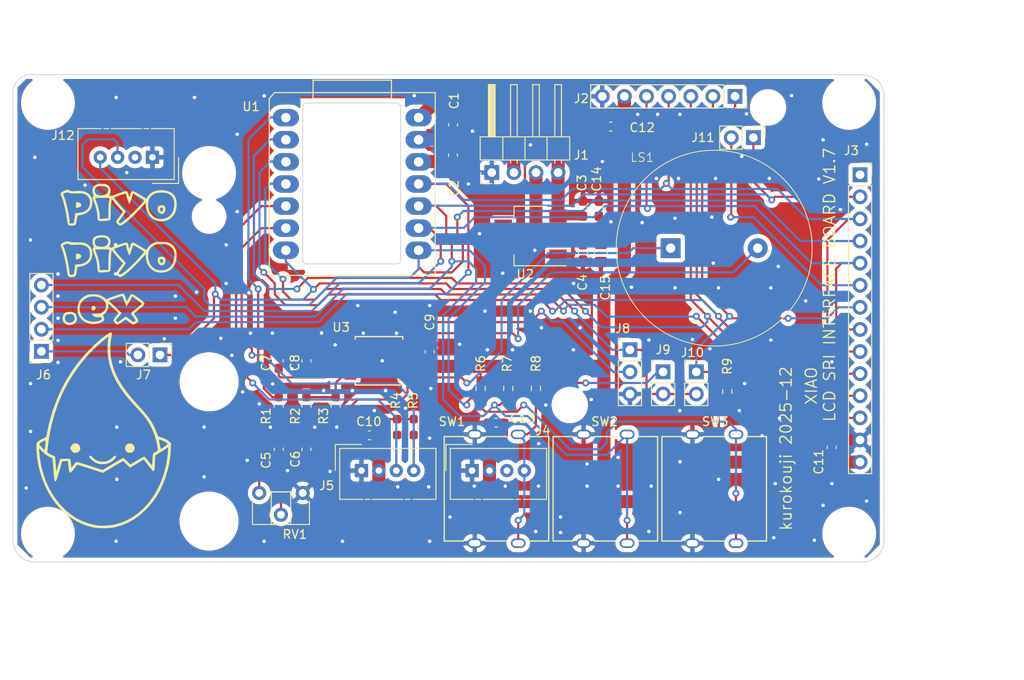
<source format=kicad_pcb>
(kicad_pcb (version 20241229) (generator "pcbnew") (generator_version "9.0")
  (layers (0 "F.Cu" signal) (2 "B.Cu" signal) (13 "F.Paste" user) (15 "B.Paste" user) (5 "F.SilkS" user "F.Silkscreen") (7 "B.SilkS" user "B.Silkscreen") (1 "F.Mask" user) (3 "B.Mask" user) (25 "Edge.Cuts" user))
  (net 0 "")
  (net 1 "+5V")
  (net 2 "GND")
  (net 3 "+3.3VP")
  (net 4 "Net-(C5-Pad1)")
  (net 5 "Net-(C6-Pad1)")
  (net 6 "Net-(C6-Pad2)")
  (net 7 "Net-(U3-VIN+)")
  (net 8 "Net-(U3-VREF)")
  (net 9 "/T_DOUT")
  (net 10 "/SDA(MOSI)")
  (net 11 "/SCL")
  (net 12 "/SDO(MISO)")
  (net 13 "/BL_EN")
  (net 14 "/RS")
  (net 15 "/RESET")
  (net 16 "/CS")
  (net 17 "Net-(U3-VOUT1)")
  (net 18 "Net-(U3-VOUT2)")
  (net 19 "Net-(U3-VIN-)")
  (net 20 "Net-(U1-PA02_A0_D0)")
  (net 21 "+3.3V")
  (net 23 "Net-(J5-Pin_3)")
  (net 24 "Net-(J5-Pin_4)")
  (net 25 "Net-(J6-Pin_1)")
  (net 26 "Net-(J8-Pin_2)")
  (net 27 "Net-(J4-Pin_4)")
  (net 30 "/T_CS(RX)")
  (net 31 "/TX")
  (net 32 "/PENIRQ")
  (footprint "lego_hole:hole_m2" (layer "F.Cu") (at 122 71.03)
    (property "Reference" "REF**" (hide yes))
    (property "Value" "hole_m2" (hide yes))
  )
  (footprint "Capacitor_SMD:C_0805_2012Metric_Pad1.18x1.45mm_HandSolder" (layer "F.Cu") (at 125.57 53.55 -90)
    (property "Reference" "C15")
    (property "Value" "47u")
  )
  (footprint "Resistor_SMD:R_0603_1608Metric_Pad0.98x0.95mm_HandSolder" (layer "F.Cu") (at 102.17 73.56 -90)
    (property "Reference" "R4")
    (property "Value" "10K")
  )
  (footprint "Resistor_SMD:R_0603_1608Metric_Pad0.98x0.95mm_HandSolder" (layer "F.Cu") (at 95.115 71.025 -90)
    (property "Reference" "R3")
    (property "Value" "47K")
  )
  (footprint "Library:20251113-02" (layer "F.Cu") (at 70.2 53.56)
    (property "Reference" "G***" (hide yes))
    (property "Value" "LOGO" (hide yes))
  )
  (footprint "UGSM23A:TVGP01-G73BB" (layer "F.Cu") (at 138.58 80.65 90)
    (property "Reference" "SW3")
    (property "Value" "SW_D7")
  )
  (footprint "Library:20251113-01" (layer "F.Cu") (at 68.71 73.93)
    (property "Reference" "G***" (hide yes))
    (property "Value" "LOGO" (hide yes))
  )
  (footprint "xiao ESP32C3_PCB:MOUDLE14P-SMD-2.54-21X17.8MM-S3" (layer "F.Cu") (at 88.13 56.125)
    (property "Reference" "U1")
    (property "Value" "XIAO-ESP32S3")
  )
  (footprint "Resistor_SMD:R_0603_1608Metric_Pad0.98x0.95mm_HandSolder" (layer "F.Cu") (at 114.935 69.12 -90)
    (property "Reference" "R7")
    (property "Value" "DNP")
  )
  (footprint "Connector_PinHeader_2.54mm:PinHeader_1x02_P2.54mm_Vertical" (layer "F.Cu") (at 143.08 40.3 -90)
    (property "Reference" "J11")
    (property "Value" "LCD_DIN")
  )
  (footprint "Capacitor_SMD:C_0603_1608Metric_Pad1.08x0.95mm_HandSolder" (layer "F.Cu") (at 113.54 73.06 180)
    (property "Reference" "C13")
    (property "Value" "10u")
  )
  (footprint "Connector_PinHeader_2.54mm:PinHeader_1x02_P2.54mm_Vertical" (layer "F.Cu") (at 132.715 67.215)
    (property "Reference" "J9")
    (property "Value" "SW_EN(D3)")
  )
  (footprint "footprints:NJR-DMP8_NJR" (layer "F.Cu") (at 100.0934 65.945)
    (property "Reference" "U3")
    (property "Value" "NJM2113M-ND")
  )
  (footprint "Capacitor_SMD:C_0603_1608Metric_Pad1.08x0.95mm_HandSolder" (layer "F.Cu") (at 108.595 38.8225 -90)
    (property "Reference" "C1")
    (property "Value" "10u")
  )
  (footprint "Resistor_SMD:R_0603_1608Metric_Pad0.98x0.95mm_HandSolder" (layer "F.Cu") (at 111.76 69.12 -90)
    (property "Reference" "R6")
    (property "Value" "DNP")
  )
  (footprint "UGSM23A:TVGP01-G73BB" (layer "F.Cu") (at 113.58 80.65 90)
    (property "Reference" "SW1")
    (property "Value" "SW_D3")
  )
  (footprint "lego_hole:hole_m2" (layer "F.Cu") (at 144.76 36.83)
    (property "Reference" "REF**" (hide yes))
    (property "Value" "hole_m2" (hide yes))
  )
  (footprint "Resistor_SMD:R_0603_1608Metric_Pad0.98x0.95mm_HandSolder" (layer "F.Cu") (at 140.08 69.4725 90)
    (property "Reference" "R9")
    (property "Value" "10K")
  )
  (footprint "Capacitor_SMD:C_0603_1608Metric_Pad1.08x0.95mm_HandSolder" (layer "F.Cu") (at 88.581 65.945 90)
    (property "Reference" "C7")
    (property "Value" "1u" (hide yes))
  )
  (footprint "Capacitor_SMD:C_0603_1608Metric_Pad1.08x0.95mm_HandSolder" (layer "F.Cu") (at 91.756 76.105 90)
    (property "Reference" "C6")
    (property "Value" "0.1u")
  )
  (footprint "Resistor_SMD:R_0603_1608Metric_Pad0.98x0.95mm_HandSolder" (layer "F.Cu") (at 88.581 71.025 -90)
    (property "Reference" "R1")
    (property "Value" "10K")
  )
  (footprint "lego_hole:hole_2" (layer "F.Cu") (at 80.58 49.36)
    (property "Reference" "REF**" (hide yes))
    (property "Value" "hole_2" (hide yes))
  )
  (footprint "lego_hole:lego_hole" (layer "F.Cu") (at 80.58 84.36)
    (property "Reference" "REF**" (hide yes))
    (property "Value" "lego_hole" (hide yes))
  )
  (footprint "Capacitor_SMD:C_0603_1608Metric_Pad1.08x0.95mm_HandSolder" (layer "F.Cu") (at 126.7075 39.0375 180)
    (property "Reference" "C12")
    (property "Value" "10u")
  )
  (footprint "Connector_PinHeader_2.54mm:PinHeader_1x02_P2.54mm_Vertical" (layer "F.Cu") (at 74.945 65.265 -90)
    (property "Reference" "J7")
    (property "Value" "SD_CS")
  )
  (footprint "Connector:NS-Tech_Grove_1x04_P2mm_Vertical" (layer "F.Cu") (at 110.78 78.56 90)
    (property "Reference" "J4")
    (property "Value" "PIR")
  )
  (footprint "Connector_PinHeader_2.54mm:PinHeader_1x04_P2.54mm_Horizontal" (layer "F.Cu") (at 113.04 44.31 90)
    (property "Reference" "J1")
    (property "Value" "POWER")
  )
  (footprint "UGSM23A:UGSM23A" (layer "F.Cu") (at 138.58 53 90)
    (property "Reference" "LS1")
    (property "Value" "UGSM23A")
  )
  (footprint "lego_hole:lego_hole" (layer "F.Cu") (at 80.58 68.36)
    (property "Reference" "REF**" (hide yes))
    (property "Value" "lego_hole" (hide yes))
  )
  (footprint "Capacitor_SMD:C_0603_1608Metric_Pad1.08x0.95mm_HandSolder" (layer "F.Cu") (at 123.506 48.451065 90)
    (property "Reference" "C3")
    (property "Value" "0.1u")
  )
  (footprint "Connector_PinSocket_2.54mm:PinSocket_1x04_P2.54mm_Vertical" (layer "F.Cu") (at 61.33 64.86 180)
    (property "Reference" "J6")
    (property "Value" "LCD SD 4P")
  )
  (footprint "Capacitor_SMD:C_0603_1608Metric_Pad1.08x0.95mm_HandSolder" (layer "F.Cu") (at 91.756 65.945 90)
    (property "Reference" "C8")
    (property "Value" "4.7u")
  )
  (footprint "Capacitor_SMD:C_0603_1608Metric_Pad1.08x0.95mm_HandSolder" (layer "F.Cu") (at 98.995 74.501 180)
    (property "Reference" "C10")
    (property "Value" "10u")
  )
  (footprint "Resistor_SMD:R_0603_1608Metric_Pad0.98x0.95mm_HandSolder" (layer "F.Cu") (at 118.11 69.12 -90)
    (property "Reference" "R8")
    (property "Value" "DNP")
  )
  (footprint "UGSM23A:TVGP01-G73BB" (layer "F.Cu") (at 126.08 80.65 90)
    (property "Reference" "SW2")
    (property "Value" "SW_D9")
  )
  (footprint "Capacitor_SMD:C_0603_1608Metric_Pad1.08x0.95mm_HandSolder" (layer "F.Cu") (at 123.506 53.4775 -90)
    (property "Reference" "C4")
    (property "Value" "0.1u")
  )
  (footprint "lego_hole:hole_m3" (layer "F.Cu") (at 154.08 36.31)
    (property "Reference" "REF**" (hide yes))
    (property "Value" "hole_m3" (hide yes))
  )
  (footprint "Resistor_SMD:R_0603_1608Metric_Pad0.98x0.95mm_HandSolder" (layer "F.Cu") (at 104.075 73.56 -90)
    (property "Reference" "R5")
    (property "Value" "10K")
  )
  (footprint "Connector:NS-Tech_Grove_1x04_P2mm_Vertical" (layer "F.Cu") (at 74.08 42.56 -90)
    (property "Reference" "J12")
    (property "Value" "GROVE TX/RX")
  )
  (footprint "Connector_PinSocket_2.54mm:PinSocket_1x14_P2.54mm_Vertical" (layer "F.Cu") (at 155.33 44.56)
    (property "Reference" "J3")
    (property "Value" "Conn_01x14_Socket")
  )
  (footprint "Resistor_SMD:R_0603_1608Metric_Pad0.98x0.95mm_HandSolder" (layer "F.Cu") (at 91.756 71.025 90)
    (property "Reference" "R2")
    (property "Value" "10K")
  )
  (footprint "lego_hole:hole_m3" (layer "F.Cu") (at 80.58 44.36)
    (property "Reference" "REF**" (hide yes))
    (property "Value" "hole_m3" (hide yes))
  )
  (footprint "Connector_PinHeader_2.54mm:PinHeader_1x02_P2.54mm_Vertical" (layer "F.Cu") (at 136.525 67.215)
    (property "Reference" "J10")
    (property "Value" "BL_EN(D3)")
  )
  (footprint "Connector_PinSocket_2.54mm:PinSocket_1x07_P2.54mm_Vertical" (layer "F.Cu") (at 140.97 35.56 -90)
    (property "Reference" "J2")
    (property "Value" "1.9 LCD 7P")
  )
  (footprint "Capacitor_SMD:C_0603_1608Metric_Pad1.08x0.95mm_HandSolder" (layer "F.Cu") (at 152.08 75.8825 90)
    (property "Reference" "C11")
    (property "Value" "10u")
  )
  (footprint "Package_TO_SOT_SMD:SOT-223" (layer "F.Cu") (at 117.5 51.61 180)
    (property "Reference" "U2")
    (property "Value" "AZ1117CH-3.3TRG1")
  )
  (footprint "Capacitor_SMD:C_0603_1608Metric_Pad1.08x0.95mm_HandSolder" (layer "F.Cu") (at 108.585 42.3175 90)
    (property "Reference" "C2")
    (property "Value" "10u")
  )
  (footprint "Connector_PinHeader_2.54mm:PinHeader_1x03_P2.54mm_Vertical" (layer "F.Cu") (at 128.905 64.68)
    (property "Reference" "J8")
    (property "Value" "SP_EN(D3)")
  )
  (footprint "Capacitor_SMD:C_0603_1608Metric_Pad1.08x0.95mm_HandSolder" (layer "F.Cu") (at 125.34 48.47 90)
    (property "Reference" "C14")
    (property "Value" "10u")
  )
  (footprint "lego_hole:hole_m3" (layer "F.Cu") (at 62.08 85.81)
    (property "Reference" "REF**" (hide yes))
    (property "Value" "hole_m3" (hide yes))
  )
  (footprint "Capacitor_SMD:C_0603_1608Metric_Pad1.08x0.95mm_HandSolder" (layer "F.Cu") (at 88.581 76.105 -90)
    (property "Reference" "C5")
    (property "Value" "1000P")
  )
  (footprint "Potentiometer_THT:Potentiometer_ACP_CA6-H2,5_Horizontal" (layer "F.Cu") (at 91.335 81.13 -90)
    (property "Reference" "RV1")
    (property "Value" "10K")
  )
  (footprint "lego_hole:hole_m3" (layer "F.Cu") (at 62.08 36.31)
    (property "Reference" "REF**" (hide yes))
    (property "Value" "hole_m3" (hide yes))
  )
  (footprint "Connector:NS-Tech_Grove_1x04_P2mm_Vertical" (layer "F.Cu") (at 98.08 78.56 90)
    (property "Reference" "J5")
    (property "Value" "GROVE I2C")
  )
  (footprint "Capacitor_SMD:C_0603_1608Metric_Pad1.08x0.95mm_HandSolder" (layer "F.Cu") (at 105.91 64.9025 90)
    (property "Reference" "C9")
    (property "Value" "10u")
  )
  (footprint "lego_hole:hole_m3" (layer "F.Cu") (at 154.08 85.81)
    (property "Reference" "REF**" (hide yes))
    (property "Value" "hole_m3" (hide yes))
  )
  (gr_line (start 91.83 54.81) (end 102.08 54.81) (stroke (width 0.1)) (layer "Edge.Cuts"))
  (gr_arc (start 155.58 33.06) (mid 157.347767 33.792233) (end 158.08 35.56) (stroke (width 0.1)) (layer "Edge.Cuts"))
  (gr_line (start 102.58 54.31) (end 102.58 36.81) (stroke (width 0.1)) (layer "Edge.Cuts"))
  (gr_line (start 58.08 35.06) (end 58.08 86.56) (stroke (width 0.1)) (layer "Edge.Cuts"))
  (gr_line (start 102.08 36.31) (end 91.83 36.31) (stroke (width 0.1)) (layer "Edge.Cuts"))
  (gr_arc (start 102.58 54.31) (mid 102.433553 54.663553) (end 102.08 54.81) (stroke (width 0.1)) (layer "Edge.Cuts"))
  (gr_line (start 60.58 89.06) (end 155.58 89.06) (stroke (width 0.1)) (layer "Edge.Cuts"))
  (gr_line (start 155.58 33.06) (end 60.08 33.06) (stroke (width 0.1)) (layer "Edge.Cuts"))
  (gr_arc (start 91.83 54.81) (mid 91.476447 54.663553) (end 91.33 54.31) (stroke (width 0.1)) (layer "Edge.Cuts"))
  (gr_arc (start 102.08 36.31) (mid 102.433553 36.456447) (end 102.58 36.81) (stroke (width 0.1)) (layer "Edge.Cuts"))
  (gr_arc (start 91.33 36.81) (mid 91.476447 36.456447) (end 91.83 36.31) (stroke (width 0.1)) (layer "Edge.Cuts"))
  (gr_arc (start 158.08 86.56) (mid 157.347767 88.327767) (end 155.58 89.06) (stroke (width 0.1)) (layer "Edge.Cuts"))
  (gr_arc (start 58.08 35.06) (mid 58.665786 33.645786) (end 60.08 33.06) (stroke (width 0.1)) (layer "Edge.Cuts"))
  (gr_line (start 91.33 36.81) (end 91.33 54.31) (stroke (width 0.1)) (layer "Edge.Cuts"))
  (gr_line (start 158.08 86.56) (end 158.08 35.56) (stroke (width 0.1)) (layer "Edge.Cuts"))
  (gr_arc (start 60.58 89.06) (mid 58.812233 88.327767) (end 58.08 86.56) (stroke (width 0.1)) (layer "Edge.Cuts"))
  (gr_text "  XIAO\nLCD SPI INTERFACE BOARD V1.7" (at 152.58 73.06 90) (layer "F.SilkS") (effects (font (size 1.3 1.3)) (justify left bottom)))
  (gr_text "kurokouji 2025-12" (at 147.58 85.56 90) (layer "F.SilkS") (effects (font (size 1.3 1.3)) (justify left bottom)))
  (segment (start 86.18 56.66) (end 86.65 56.66) (width 0.25) (layer "F.Cu") (net 0))
  (segment (start 86.65 56.66) (end 86.86 56.87) (width 0.25) (layer "F.Cu") (net 0))
  (segment (start 120.65 44.31) (end 120.65 49.31) (width 1.5) (layer "F.Cu") (net 1))
  (segment (start 120.66 38.02) (end 119.33 36.69) (width 1.5) (layer "F.Cu") (net 1))
  (segment (start 119.33 36.69) (end 108.595 36.69) (width 1.5) (layer "F.Cu") (net 1))
  (segment (start 108.595 37.96) (end 108.595 36.69) (width 0.8) (layer "F.Cu") (net 1))
  (segment (start 108.595 36.69) (end 106.055 36.69) (width 1.5) (layer "F.Cu") (net 1))
  (segment (start 123.502435 49.31) (end 123.506 49.313565) (width 1) (layer "F.Cu") (net 1))
  (segment (start 120.66 44.31) (end 120.66 38.02) (width 1.5) (layer "F.Cu") (net 1))
  (segment (start 120.65 49.31) (end 123.502435 49.31) (width 1) (layer "F.Cu") (net 1))
  (segment (start 106.055 36.69) (end 104.785 37.96) (width 1.5) (layer "F.Cu") (net 1))
  (segment (start 103.37 65.31) (end 104.64 65.31) (width 0.25) (layer "F.Cu") (net 2))
  (segment (start 127.405 68.18) (end 127.405 63.18) (width 0.25) (layer "F.Cu") (net 2))
  (segment (start 116.85 42.405) (end 117.485 41.77) (width 0.25) (layer "F.Cu") (net 2))
  (segment (start 152.08 75.02) (end 155.31 75.02) (width 1.5) (layer "F.Cu") (net 2))
  (segment (start 146.095 75.02) (end 152.08 75.02) (width 1) (layer "F.Cu") (net 2))
  (segment (start 104.89 40.67) (end 104.89 40.42) (width 0.5) (layer "F.Cu") (net 2))
  (segment (start 123.19 62.14) (end 123.63 62.14) (width 0.25) (layer "F.Cu") (net 2))
  (segment (start 105.75 39.56) (end 106.58 39.56) (width 0.5) (layer "F.Cu") (net 2))
  (segment (start 124.53 57.285) (end 124.305 57.06) (width 0.25) (layer "F.Cu") (net 2))
  (segment (start 113.675 46.85) (end 116.215 46.85) (width 0.25) (layer "F.Cu") (net 2))
  (segment (start 113.04 44.31) (end 113.04 46.215) (width 0.25) (layer "F.Cu") (net 2))
  (segment (start 116.85 46.215) (end 116.85 42.405) (width 0.25) (layer "F.Cu") (net 2))
  (segment (start 106.475 41.56) (end 105.78 41.56) (width 0.5) (layer "F.Cu") (net 2))
  (segment (start 105.78 41.56) (end 104.89 40.67) (width 0.5) (layer "F.Cu") (net 2))
  (segment (start 124.305 57.06) (end 122.436 57.06) (width 0.25) (layer "F.Cu") (net 2))
  (segment (start 117.485 41.77) (end 117.485 41.135) (width 0.25) (layer "F.Cu") (net 2))
  (segment (start 123.63 62.14) (end 124.53 61.24) (width 0.25) (layer "F.Cu") (net 2))
  (segment (start 116.215 46.85) (end 116.85 46.215) (width 0.25) (layer "F.Cu") (net 2))
  (segment (start 104.89 40.42) (end 105.75 39.56) (width 0.5) (layer "F.Cu") (net 2))
  (segment (start 155.31 75.02) (end 155.33 75.04) (width 1) (layer "F.Cu") (net 2))
  (segment (start 104.64 65.31) (end 105.91 64.04) (width 0.25) (layer "F.Cu") (net 2))
  (segment (start 113.04 46.215) (end 113.675 46.85) (width 0.25) (layer "F.Cu") (net 2))
  (segment (start 127.405 63.18) (end 127.505 63.08) (width 0.25) (layer "F.Cu") (net 2))
  (segment (start 106.58 41.455) (end 106.475 41.56) (width 0.5) (layer "F.Cu") (net 2))
  (segment (start 124.53 61.24) (end 124.53 57.285) (width 0.25) (layer "F.Cu") (net 2))
  (via (at 145.94 55.09) (size 0.8) (drill 0.4) (layers "F.Cu" "B.Cu") (net 2))
  (via (at 126.72 49.97) (size 0.8) (drill 0.4) (layers "F.Cu" "B.Cu") (net 2))
  (via (at 123.19 62.14) (size 0.8) (drill 0.4) (layers "F.Cu" "B.Cu") (net 2))
  (via (at 144.08 74.56) (size 0.8) (drill 0.4) (layers "F.Cu" "B.Cu") (net 2))
  (via (at 82.55 57.06) (size 0.8) (drill 0.4) (layers "F.Cu" "B.Cu") (net 2))
  (via (at 134.656 83.386) (size 0.8) (drill 0.4) (layers "F.Cu" "B.Cu") (net 2))
  (via (at 145.58 80.06) (size 0.8) (drill 0.4) (layers "F.Cu" "B.Cu") (net 2))
  (via (at 153.08 48.56) (size 0.8) (drill 0.4) (layers "F.Cu" "B.Cu") (net 2))
  (via (at 134.62 71.665) (size 0.8) (drill 0.4) (layers "F.Cu" "B.Cu") (net 2))
  (via (at 105.91 74.835) (size 0.8) (drill 0.4) (layers "F.Cu" "B.Cu") (net 2))
  (via (at 100.465 65.945) (size 0.8) (drill 0.4) (layers "F.Cu" "B.Cu") (net 2))
  (via (at 110.83 39.56) (size 0.8) (drill 0.4) (layers "F.Cu" "B.Cu") (net 2))
  (via (at 80.01 79.28) (size 0.8) (drill 0.4) (layers "F.Cu" "B.Cu") (net 2))
  (via (at 131.08 63.56) (size 0.8) (drill 0.4) (layers "F.Cu" "B.Cu") (net 2))
  (via (at 125.74 43.04) (size 0.8) (drill 0.4) (layers "F.Cu" "B.Cu") (net 2))
  (via (at 146.08 72.56) (size 0.8) (drill 0.4) (layers "F.Cu" "B.Cu") (net 2))
  (via (at 97.655 59.595) (size 0.8) (drill 0.4) (layers "F.Cu" "B.Cu") (net 2))
  (via (at 84.44 69.51) (size 0.8) (drill 0.4) (layers "F.Cu" "B.Cu") (net 2))
  (via (at 105.91 59.595) (size 0.8) (drill 0.4) (layers "F.Cu" "B.Cu") (net 2))
  (via (at 131.08 85.56) (size 0.8) (drill 0.4) (layers "F.Cu" "B.Cu") (net 2))
  (via (at 63.235 58.51) (size 0.8) (drill 0.4) (layers "F.Cu" "B.Cu") (net 2))
  (via (at 142.285 37.575) (size 0.8) (drill 0.4) (layers "F.Cu" "B.Cu") (net 2))
  (via (at 69.86 55.97) (size 0.8) (drill 0.4) (layers "F.Cu" "B.Cu") (net 2))
  (via (at 118.08 85.56) (size 0.8) (drill 0.4) (layers "F.Cu" "B.Cu") (net 2))
  (via (at 139.08 57.56) (size 0.8) (drill 0.4) (layers "F.Cu" "B.Cu") (net 2))
  (via (at 102.1 62.77) (size 0.8) (drill 0.4) (layers "F.Cu" "B.Cu") (net 2))
  (via (at 90.09 66.87) (size 0.8) (drill 0.4) (layers "F.Cu" "B.Cu") (net 2))
  (via (at 139.08 79.56) (size 0.8) (drill 0.4) (layers "F.Cu" "B.Cu") (net 2))
  (via (at 60.08 74.06) (size 0.8) (drill 0.4) (layers "F.Cu" "B.Cu") (net 2))
  (via (at 118.4 80.338) (size 0.8) (drill 0.4) (layers "F.Cu" "B.Cu") (net 2))
  (via (at 134.656 77.544) (size 0.8) (drill 0.4) (layers "F.Cu" "B.Cu") (net 2))
  (via (at 151.08 40.56) (size 0.8) (drill 0.4) (layers "F.Cu" "B.Cu") (net 2))
  (via (at 138.475 54.72) (size 0.8) (drill 0.4) (layers "F.Cu" "B.Cu") (net 2))
  (via (at 87.63 73.57) (size 0.8) (drill 0.4) (layers "F.Cu" "B.Cu") (net 2))
  (via (at 109.355 64.04) (size 0.8) (drill 0.4) (layers "F.Cu" "B.Cu") (net 2))
  (via (at 114.59 80.338) (size 0.8) (drill 0.4) (layers "F.Cu" "B.Cu") (net 2))
  (via (at 117.475 60.235) (size 0.8) (drill 0.4) (layers "F.Cu" "B.Cu") (net 2))
  (via (at 129.081 57.4925) (size 0.8) (drill 0.4) (layers "F.Cu" "B.Cu") (net 2))
  (via (at 124.46 70.395) (size 0.8) (drill 0.4) (layers "F.Cu" "B.Cu") (net 2))
  (via (at 84.955 77.375) (size 0.8) (drill 0.4) (layers "F.Cu" "B.Cu") (net 2))
  (via (at 76.705 58.51) (size 0.8) (drill 0.4) (layers "F.Cu" "B.Cu") (net 2))
  (via (at 156.08 41.06) (size 0.8) (drill 0.4) (layers "F.Cu" "B.Cu") (net 2))
  (via (at 134.485 44.99) (size 0.8) (drill 0.4) (layers "F.Cu" "B.Cu") (net 2))
  (via (at 127.544 77.036) (size 0.8) (drill 0.4) (layers "F.Cu" "B.Cu") (net 2))
  (via (at 70.42 66.06) (size 0.8) (drill 0.4) (layers "F.Cu" "B.Cu") (net 2))
  (via (at 108.24 83.894) (size 0.8) (drill 0.4) (layers "F.Cu" "B.Cu") (net 2))
  (via (at 104.14 35.465) (size 0.8) (drill 0.4) (layers "F.Cu" "B.Cu") (net 2))
  (via (at 110.355 45.625) (size 0.8) (drill 0.4) (layers "F.Cu" "B.Cu") (net 2))
  (via (at 95.905 86.68) (size 0.8) (drill 0.4) (layers "F.Cu" "B.Cu") (net 2))
  (via (at 151.08 82.56) (size 0.8) (drill 0.4) (layers "F.Cu" "B.Cu") (net 2))
  (via (at 149.08 59.06) (size 0.8) (drill 0.4) (layers "F.Cu" "B.Cu") (net 2))
  (via (at 69.985 79.56) (size 0.8) (drill 0.4) (layers "F.Cu" "B.Cu") (net 2))
  (via (at 141.74 42.45) (size 0.8) (drill 0.4) (layers "F.Cu" "B.Cu") (net 2))
  (via (at 95.06 64.12) (size 0.8) (drill 0.4) (layers "F.Cu" "B.Cu") (net 2))
  (via (at 120.94 85.672) (size 0.8) (drill 0.4) (layers "F.Cu" "B.Cu") (net 2))
  (via (at 122.436 57.06) (size 0.8) (drill 0.4) (layers "F.Cu" "B.Cu") (net 2))
  (via (at 98.29 62.77) (size 0.8) (drill 0.4) (layers "F.Cu" "B.Cu") (net 2))
  (via (at 86.905 86.68) (size 0.8) (drill 0.4) (layers "F.Cu" "B.Cu") (net 2))
  (via (at 85.336 62.77) (size 0.8) (drill 0.4) (layers "F.Cu" "B.Cu") (net 2))
  (via (at 145.08 57.56) (size 0.8) (drill 0.4) (layers "F.Cu" "B.Cu") (net 2))
  (via (at 97.036 69.374) (size 0.8) (drill 0.4) (layers "F.Cu" "B.Cu") (net 2))
  (via (at 111.625 51.34) (size 0.8) (drill 0.4) (layers "F.Cu" "B.Cu") (net 2))
  (via (at 93.49 62.75) (size 0.8) (drill 0.4) (layers "F.Cu" "B.Cu") (net 2))
  (via (at 94.48 78.645) (size 0.8) (drill 0.4) (layers "F.Cu" "B.Cu") (net 2))
  (via (at 60.58 42.56) (size 0.8) (drill 0.4) (layers "F.Cu" "B.Cu") (net 2))
  (via (at 103.132 71.406) (size 0.8) (drill 0.4) (layers "F.Cu" "B.Cu") (net 2))
  (via (at 101.95 60.37) (size 0.8) (drill 0.4) (layers "F.Cu" "B.Cu") (net 2))
  (via (at 86.352 70.898) (size 0.8) (drill 0.4) (layers "F.Cu" "B.Cu") (net 2))
  (via (at 83.82 39.915) (size 0.8) (drill 0.4) (layers "F.Cu" "B.Cu") (net 2))
  (via (at 138.746 44.99) (size 0.8) (drill 0.4) (layers "F.Cu" "B.Cu") (net 2))
  (via (at 131.354 80.338) (size 0.8) (drill 0.4) (layers "F.Cu" "B.Cu") (net 2))
  (via (at 69.85 52.61) (size 0.8) (drill 0.4) (layers "F.Cu" "B.Cu") (net 2))
  (via (at 147.455 35.465) (size 0.8) (drill 0.4) (layers "F.Cu" "B.Cu") (net 2))
  (via (at 63.235 63.59) (size 0.8) (drill 0.4) (layers "F.Cu" "B.Cu") (net 2))
  (via (at 127.544 80.338) (size 0.8) (drill 0.4) (layers "F.Cu" "B.Cu") (net 2))
  (via (at 114.3 55.88) (size 0.8) (drill 0.4) (layers "F.Cu" "B.Cu") (net 2))
  (via (at 85.16 58.13) (size 0.8) (drill 0.4) (layers "F.Cu" "B.Cu") (net 2))
  (via (at 86.905 35.4925) (size 0.8) (drill 0.4) (layers "F.Cu" "B.Cu") (net 2))
  (via (at 134.08 57.56) (size 0.8) (drill 0.4) (layers "F.Cu" "B.Cu") (net 2))
  (via (at 120.94 83.894) (size 0.8) (drill 0.4) (layers "F.Cu" "B.Cu") (net 2))
  (via (at 118.745 62.14) (size 0.8) (drill 0.4) (layers "F.Cu" "B.Cu") (net 2))
  (via (at 76.705 61.05) (size 0.8) (drill 0.4) (layers "F.Cu" "B.Cu") (net 2))
  (via (at 63.235 55.97) (size 0.8) (drill 0.4) (layers "F.Cu" "B.Cu") (net 2))
  (via (at 138.08 64.56) (size 0.8) (drill 0.4) (layers "F.Cu" "B.Cu") (net 2))
  (via (at 102.235 80.428) (size 0.8) (drill 0.4) (layers "F.Cu" "B.Cu") (net 2))
  (via (at 152.08 66.06) (size 0.8) (drill 0.4) (layers "F.Cu" "B.Cu") (net 2))
  (via (at 138.295 49.435) (size 0.8) (drill 0.4) (layers "F.Cu" "B.Cu") (net 2))
  (via (at 123.988 77.798) (size 0.8) (drill 0.4) (layers "F.Cu" "B.Cu") (net 2))
  (via (at 95.25 73.565) (size 0.8) (drill 0.4) (layers "F.Cu" "B.Cu") (net 2))
  (via (at 79.14 58.05) (size 0.8) (drill 0.4) (layers "F.Cu" "B.Cu") (net 2))
  (via (at 118.426 75.47) (size 0.8) (drill 0.4) (layers "F.Cu" "B.Cu") (net 2))
  (via (at 134.08 49.56) (size 0.8) (drill 0.4) (layers "F.Cu" "B.Cu") (net 2))
  (via (at 130.31 50.07) (size 0.8) (drill 0.4) (layers "F.Cu" "B.Cu") (net 2))
  (via (at 87.892 68.612) (size 0.8) (drill 0.4) (layers "F.Cu" "B.Cu") (net 2))
  (via (at 134.628 37.624) (size 0.8) (drill 0.4) (layers "F.Cu" "B.Cu") (net 2))
  (via (at 82.55 52.615) (size 0.8) (drill 0.4) (layers "F.Cu" "B.Cu") (net 2))
  (via (at 75.435 63.405) (size 0.8) (drill 0.4) (layers "F.Cu" "B.Cu") (net 2))
  (via (at 59.58 80.56) (size 0.8) (drill 0.4) (layers "F.Cu" "B.Cu") (net 2))
  (via (at 69.905 86.68) (size 0.8) (drill 0.4) (layers "F.Cu" "B.Cu") (net 2))
  (via (at 81.925 63.36) (size 0.8) (drill 0.4) (layers "F.Cu" "B.Cu") (net 2))
  (via (at 69.985 73.565) (size 0.8) (drill 0.4) (layers "F.Cu" "B.Cu") (net 2))
  (via (at 112.26 60.23) (size 0.8) (drill 0.4) (layers "F.Cu" "B.Cu") (net 2))
  (via (at 129.802 37.624) (size 0.8) (drill 0.4) (layers "F.Cu" "B.Cu") (net 2))
  (via (at 145.415 86.27) (size 0.8) (drill 0.4) (layers "F.Cu" "B.Cu") (net 2))
  (via (at 100.846 69.374) (size 0.8) (drill 0.4) (layers "F.Cu" "B.Cu") (net 2))
  (via (at 83.812 48.8) (size 0.8) (drill 0.4) (layers "F.Cu" "B.Cu") (net 2))
  (via (at 89.58 78.56) (size 0.8) (drill 0.4) (layers "F.Cu" "B.Cu") (net 2))
  (via (at 63.235 66.13) (size 0.8) (drill 0.4) (layers "F.Cu" "B.Cu") (net 2))
  (via (at 71.13 44.31) (size 0.8) (drill 0.4) (layers "F.Cu" "B.Cu") (net 2))
  (via (at 141.47 71.66) (size 0.8) (drill 0.4) (layers "F.Cu" "B.Cu") (net 2))
  (via (at 112.53 64.675) (size 0.8) (drill 0.4) (layers "F.Cu" "B.Cu") (net 2))
  (via (at 145.08 63.56) (size 0.8) (drill 0.4) (layers "F.Cu" "B.Cu") (net 2))
  (via (at 131.945 44.99) (size 0.8) (drill 0.4) (layers "F.Cu" "B.Cu") (net 2))
  (via (at 78.905 35.68) (size 0.8) (drill 0.4) (layers "F.Cu" "B.Cu") (net 2))
  (via (at 115.435 64.675) (size 0.8) (drill 0.4) (layers "F.Cu" "B.Cu") (net 2))
  (via (at 80.01 73.56) (size 0.8) (drill 0.4) (layers "F.Cu" "B.Cu") (net 2))
  (via (at 93.734 69.374) (size 0.8) (drill 0.4) (layers "F.Cu" "B.Cu") (net 2))
  (via (at 83.185 65.315) (size 0.8) (drill 0.4) (layers "F.Cu" "B.Cu") (net 2))
  (via (at 106.045 69.12) (size 0.8) (drill 0.4) (layers "F.Cu" "B.Cu") (net 2))
  (via (at 119.245 71.025) (size 0.8) (drill 0.4) (layers "F.Cu" "B.Cu") (net 2))
  (via (at 117.485 41.135) (size 0.8) (drill 0.4) (layers "F.Cu" "B.Cu") (net 2))
  (via (at 63.235 61.05) (size 0.8) (drill 0.4) (layers "F.Cu" "B.Cu") (net 2))
  (via (at 87.86 62.77) (size 0.8) (drill 0.4) (layers "F.Cu" "B.Cu") (net 2))
  (via (at 105.905 86.68) (size 0.8) (drill 0.4) (layers "F.Cu" "B.Cu") (net 2))
  (via (at 123.988 80.338) (size 0.8) (drill 0.4) (layers "F.Cu" "B.Cu") (net 2))
  (via (at 132.088 37.624) (size 0.8) (drill 0.4) (layers "F.Cu" "B.Cu") (net 2))
  (via (at 105.791 80.428) (size 0.8) (drill 0.4) (layers "F.Cu" "B.Cu") (net 2))
  (via (at 150.08 86.56) (size 0.8) (drill 0.4) (layers "F.Cu" "B.Cu") (net 2))
  (via (at 152.08 80.06) (size 0.8) (drill 0.4) (layers "F.Cu" "B.Cu") (net 2))
  (via (at 60.08 52.06) (size 0.8) (drill 0.4) (layers "F.Cu" "B.Cu") (net 2))
  (via (at 66.335 45.76) (size 0.8) (drill 0.4) (layers "F.Cu" "B.Cu") (net 2))
  (via (at 122.42 64.675) (size 0.8) (drill 0.4) (layers "F.Cu" "B.Cu") (net 2))
  (via (at 156.08 82.06) (size 0.8) (drill 0.4) (layers "F.Cu" "B.Cu") (net 2))
  (via (at 136.08 63.4925) (size 0.8) (drill 0.4) (layers "F.Cu" "B.Cu") (net 2))
  (via (at 99.56 71.66) (size 0.8) (drill 0.4) (layers "F.Cu" "B.Cu") (net 2))
  (via (at 142.08 68.56) (size 0.8) (drill 0.4) (layers "F.Cu" "B.Cu") (net 2))
  (via (at 69.905 35.68) (size 0.8) (drill 0.4) (layers "F.Cu" "B.Cu") (net 2))
  (via (at 150.58 45.06) (size 0.8) (drill 0.4) (layers "F.Cu" "B.Cu") (net 2))
  (via (at 117.975 53.245) (size 0.8) (drill 0.4) (layers "F.Cu" "B.Cu") (net 2))
  (via (at 111.034 80.338) (size 0.8) (drill 0.4) (layers "F.Cu" "B.Cu") (net 2))
  (via (at 92.71 73.57) (size 0.8) (drill 0.4) (layers "F.Cu" "B.Cu") (net 2))
  (via (at 60.08 68.56) (size 0.8) (drill 0.4) (layers "F.Cu" "B.Cu") (net 2))
  (via (at 144.915 44.99) (size 0.8) (drill 0.4) (layers "F.Cu" "B.Cu") (net 2))
  (segment (start 109.22 40.5) (end 104.775 40.5) (width 1.5) (layer "B.Cu") (net 2))
  (segment (start 120.65 51.61) (end 128.18 51.61) (width 1.5) (layer "F.Cu") (net 3))
  (segment (start 139.355 77.58) (end 137.795 77.58) (width 1.5) (layer "F.Cu") (net 3))
  (segment (start 125.919 66.58) (end 118.61 66.58) (width 0.25) (layer "F.Cu") (net 3))
  (segment (start 125.919 58.56) (end 125.919 81.1) (width 1.5) (layer "F.Cu") (net 3))
  (segment (start 140.08 70.385) (end 139.11 71.355) (width 0.25) (layer "F.Cu") (net 3))
  (segment (start 105.275 66.58) (end 107.815 66.58) (width 1.5) (layer "F.Cu") (net 3))
  (segment (start 104.075 72.6475) (end 102.17 72.6475) (width 0.25) (layer "F.Cu") (net 3))
  (segment (start 137.795 77.58) (end 136.18 79.195) (width 1.5) (layer "F.Cu") (net 3))
  (segment (start 111.625 66.58) (end 111.76 66.715) (width 0.25) (layer "F.Cu") (net 3))
  (segment (start 103.37 66.58) (end 105.275 66.58) (width 0.8) (layer "F.Cu") (net 3))
  (segment (start 128.27 50.386) (end 128.27 35.56) (width 1.5) (layer "F.Cu") (net 3))
  (segment (start 100.08 81.301) (end 100.08 78.56) (width 1.5) (layer "F.Cu") (net 3))
  (segment (start 112.78 78.56) (end 112.78 76.0825) (width 1.5) (layer "F.Cu") (net 3))
  (segment (start 125.919 58.56) (end 125.919 57.821) (width 1.5) (layer "F.Cu") (net 3))
  (segment (start 100.9 82.121) (end 100.08 81.301) (width 1.5) (layer "F.Cu") (net 3))
  (segment (start 112.78 76.0825) (end 113.54 75.3225) (width 1.5) (layer "F.Cu") (net 3))
  (segment (start 112.685 82.121) (end 100.9 82.121) (width 1.5) (layer "F.Cu") (net 3))
  (segment (start 100.08 78.56) (end 100.08 74.7235) (width 1.5) (layer "F.Cu") (net 3))
  (segment (start 114.4025 74.46) (end 113.54 75.3225) (width 1) (layer "F.Cu") (net 3))
  (segment (start 99.8575 73.6385) (end 99.8575 74.501) (width 0.25) (layer "F.Cu") (net 3))
  (segment (start 100.13 74.4725) (end 100.08 74.4225) (width 0.25) (layer "F.Cu") (net 3))
  (segment (start 120.65 51.61) (end 118.945 51.61) (width 1.5) (layer "F.Cu") (net 3))
  (segment (start 112.78 78.56) (end 112.78 82.026) (width 1.5) (layer "F.Cu") (net 3))
  (segment (start 136.18 79.195) (end 133.254 82.121) (width 1.5) (layer "F.Cu") (net 3))
  (segment (start 111.76 66.715) (end 111.76 68.2075) (width 0.25) (layer "F.Cu") (net 3))
  (segment (start 155.33 77.58) (end 139.355 77.58) (width 1.5) (layer "F.Cu") (net 3))
  (segment (start 139.11 71.355) (end 139.11 77.335) (width 0.25) (layer "F.Cu") (net 3))
  (segment (start 107.815 66.58) (end 125.919 66.58) (width 1.5) (layer "F.Cu") (net 3))
  (segment (start 118.11 50.775) (end 118.11 44.31) (width 1.5) (layer "F.Cu") (net 3))
  (segment (start 100.08 74.7235) (end 99.8575 74.501) (width 1.5) (layer "F.Cu") (net 3))
  (segment (start 107.815 66.58) (end 114.8 66.58) (width 0.25) (layer "F.Cu") (net 3))
  (segment (start 105.275 66.58) (end 111.625 66.58) (width 0.25) (layer "F.Cu") (net 3))
  (segment (start 102.17 72.6475) (end 100.8485 72.6475) (width 0.25) (layer "F.Cu") (net 3))
  (segment (start 114.8 66.58) (end 114.935 66.715) (width 0.25) (layer "F.Cu") (net 3))
  (segment (start 100.8485 72.6475) (end 99.8575 73.6385) (width 0.25) (layer "F.Cu") (net 3))
  (segment (start 128.18 51.61) (end 128.27 51.7) (width 1.5) (layer "F.Cu") (net 3))
  (segment (start 139.11 77.335) (end 139.355 77.58) (width 0.25) (layer "F.Cu") (net 3))
  (segment (start 114.4025 73.06) (end 114.4025 74.46) (width 1) (layer "F.Cu") (net 3))
  (segment (start 133.254 82.121) (end 112.685 82.121) (width 1.5) (layer "F.Cu") (net 3))
  (segment (start 118.61 66.58) (end 118.11 67.08) (width 0.25) (layer "F.Cu") (net 3))
  (segment (start 118.11 67.08) (end 118.11 68.2075) (width 0.25) (layer "F.Cu") (net 3))
  (segment (start 112.78 82.026) (end 112.685 82.121) (width 1.5) (layer "F.Cu") (net 3))
  (segment (start 125.919 57.821) (end 128.27 55.47) (width 1.5) (layer "F.Cu") (net 3))
  (segment (start 118.945 51.61) (end 118.11 50.775) (width 1.5) (layer "F.Cu") (net 3))
  (segment (start 114.935 66.715) (end 114.935 68.2075) (width 0.25) (layer "F.Cu") (net 3))
  (segment (start 128.27 55.47) (end 128.27 50.386) (width 1.5) (layer "F.Cu") (net 3))
  (segment (start 88.581 75.2425) (end 87.1975 75.2425) (width 0.25) (layer "F.Cu") (net 4))
  (segment (start 87.1975 75.2425) (end 86.335 76.105) (width 0.25) (layer "F.Cu") (net 4))
  (segment (start 86.335 76.105) (end 86.335 81.13) (width 0.25) (layer "F.Cu") (net 4))
  (segment (start 88.581 75.2425) (end 88.581 71.9375) (width 0.25) (layer "F.Cu") (net 4))
  (segment (start 91.756 77.949305) (end 88.835 80.870305) (width 0.25) (layer "F.Cu") (net 5))
  (segment (start 91.756 76.9675) (end 91.756 77.949305) (width 0.25) (layer "F.Cu") (net 5))
  (segment (start 88.835 80.870305) (end 88.835 83.63) (width 0.25) (layer "F.Cu") (net 5))
  (segment (start 91.756 75.2425) (end 91.756 71.9375) (width 0.25) (layer "F.Cu") (net 6))
  (segment (start 88.581 67.666) (end 88.581 66.8075) (width 0.25) (layer "F.Cu") (net 7))
  (segment (start 95.115 66.58) (end 93.845 67.85) (width 0.25) (layer "F.Cu") (net 7))
  (segment (start 96.8168 66.58) (end 95.115 66.58) (width 0.25) (layer "F.Cu") (net 7))
  (segment (start 88.765 67.85) (end 88.581 67.666) (width 0.25) (layer "F.Cu") (net 7))
  (segment (start 93.845 67.85) (end 88.765 67.85) (width 0.25) (layer "F.Cu") (net 7))
  (segment (start 95.115 65.31) (end 93.6175 66.8075) (width 0.25) (layer "F.Cu") (net 8))
  (segment (start 96.8168 65.31) (end 95.115 65.31) (width 0.25) (layer "F.Cu") (net 8))
  (segment (start 93.6175 66.8075) (end 92.01 66.8075) (width 0.25) (layer "F.Cu") (net 8))
  (segment (start 145.55 47.1) (end 155.33 47.1) (width 0.25) (layer "F.Cu") (net 9))
  (segment (start 145.1875 47.4625) (end 143.08 45.355) (width 0.25) (layer "F.Cu") (net 9))
  (segment (start 145.1875 47.4625) (end 145.55 47.1) (width 0.25) (layer "F.Cu") (net 9))
  (segment (start 107.815 51.34) (end 107.815 49.305) (width 0.25) (layer "F.Cu") (net 9))
  (segment (start 108.45 51.975) (end 107.815 51.34) (width 0.25) (layer "F.Cu") (net 9))
  (segment (start 108.45 54.515) (end 108.45 51.975) (width 0.25) (layer "F.Cu") (net 9))
  (segment (start 143.08 45.355) (end 143.08 40.3) (width 0.25) (layer "F.Cu") (net 9))
  (segment (start 113.9425 71.025) (end 114.935 70.0325) (width 0.25) (layer "F.Cu") (net 9))
  (segment (start 128.58 84.275) (end 128.58 86.9) (width 0.25) (layer "F.Cu") (net 9))
  (segment (start 106.63 48.12) (end 104.775 48.12) (width 0.25) (layer "F.Cu") (net 9))
  (segment (start 107.815 49.305) (end 106.63 48.12) (width 0.25) (layer "F.Cu") (net 9))
  (segment (start 113.346 71.025) (end 113.9425 71.025) (width 0.25) (layer "F.Cu") (net 9))
  (via (at 108.45 54.515) (size 0.8) (drill 0.4) (layers "F.Cu" "B.Cu") (net 9))
  (via (at 128.58 84.275) (size 0.8) (drill 0.4) (layers "F.Cu" "B.Cu") (net 9))
  (via (at 113.346 71.025) (size 0.8) (drill 0.4) (layers "F.Cu" "B.Cu") (net 9))
  (via (at 145.1875 47.4625) (size 0.8) (drill 0.4) (layers "F.Cu" "B.Cu") (net 9))
  (segment (start 111.244 56.928) (end 111.244 55.404) (width 0.25) (layer "B.Cu") (net 9))
  (segment (start 109.355 72.295) (end 107.45 70.39) (width 0.25) (layer "B.Cu") (net 9))
  (segment (start 144.5525 46.8275) (end 123.5735 46.8275) (width 0.25) (layer "B.Cu") (net 9))
  (segment (start 79.06 60.865) (end 77.975 59.78) (width 0.25) (layer "B.Cu") (net 9))
  (segment (start 122.191 48.12) (end 104.785 48.12) (width 0.25) (layer "B.Cu") (net 9))
  (segment (start 123.5735 46.8275) (end 122.236 48.165) (width 0.25) (layer "B.Cu") (net 9))
  (segment (start 113.346 71.025) (end 112.076 72.295) (width 0.25) (layer "B.Cu") (net 9))
  (segment (start 95.995 57.645) (end 92.775 60.865) (width 0.25) (layer "B.Cu") (net 9))
  (segment (start 110.355 54.515) (end 108.45 54.515) (width 0.25) (layer "B.Cu") (net 9))
  (segment (start 77.975 59.78) (end 61.33 59.78) (width 0.25) (layer "B.Cu") (net 9))
  (segment (start 105.955 57.645) (end 95.995 57.645) (width 0.25) (layer "B.Cu") (net 9))
  (segment (start 114.616 72.295) (end 117.156 72.295) (width 0.25) (layer "B.Cu") (net 9))
  (segment (start 107.45 70.39) (end 107.45 60.722) (width 0.25) (layer "B.Cu") (net 9))
  (segment (start 107.45 60.722) (end 111.244 56.928) (width 0.25) (layer "B.Cu") (net 9))
  (segment (start 108.45 54.515) (end 108.45 55.15) (width 0.25) (layer "B.Cu") (net 9))
  (segment (start 112.076 72.295) (end 109.355 72.295) (width 0.25) (layer "B.Cu") (net 9))
  (segment (start 92.775 60.865) (end 79.06 60.865) (width 0.25) (layer "B.Cu") (net 9))
  (segment (start 145.1875 47.4625) (end 144.5525 46.8275) (width 0.25) (layer "B.Cu") (net 9))
  (segment (start 122.236 48.165) (end 122.191 48.12) (width 0.25) (layer "B.Cu") (net 9))
  (segment (start 126.24 76.74) (end 128.58 74.4) (width 0.25) (layer "B.Cu") (net 9))
  (segment (start 117.156 72.295) (end 121.601 76.74) (width 0.25) (layer "B.Cu") (net 9))
  (segment (start 121.601 76.74) (end 126.24 76.74) (width 0.25) (layer "B.Cu") (net 9))
  (segment (start 128.58 84.275) (end 128.58 74.4) (width 0.25) (layer "B.Cu") (net 9))
  (segment (start 113.346 71.025) (end 114.616 72.295) (width 0.25) (layer "B.Cu") (net 9))
  (segment (start 111.244 55.404) (end 110.355 54.515) (width 0.25) (layer "B.Cu") (net 9))
  (segment (start 108.45 55.15) (end 105.955 57.645) (width 0.25) (layer "B.Cu") (net 9))
  (segment (start 154 49.64) (end 151.58 52.06) (width 0.25) (layer "F.Cu") (net 10))
  (segment (start 133.08 45.5575) (end 133.35 45.2875) (width 0.25) (layer "F.Cu") (net 10))
  (segment (start 151.58 52.06) (end 151.58 62.56) (width 0.25) (layer "F.Cu") (net 10))
  (segment (start 155.33 49.64) (end 154 49.64) (width 0.25) (layer "F.Cu") (net 10))
  (segment (start 133.35 45.2875) (end 133.35 35.56) (width 0.25) (layer "F.Cu") (net 10))
  (segment (start 151.58 62.56) (end 153.9 64.88) (width 0.25) (layer "F.Cu") (net 10))
  (segment (start 153.9 64.88) (end 155.33 64.88) (width 0.25) (layer "F.Cu") (net 10))
  (segment (start 107.815 45.625) (end 104.765 45.625) (width 0.25) (layer "F.Cu") (net 10))
  (segment (start 110.355 48.165) (end 107.815 45.625) (width 0.25) (layer "F.Cu") (net 10))
  (segment (start 110.355 55.785) (end 110.355 48.165) (width 0.25) (layer "F.Cu") (net 10))
  (via (at 110.355 55.785) (size 0.8) (drill 0.4) (layers "F.Cu" "B.Cu") (net 10))
  (via (at 133.08 45.5575) (size 0.8) (drill 0.4) (layers "F.Cu" "B.Cu") (net 10))
  (segment (start 133.08 45.5575) (end 133.715 46.1925) (width 0.25) (layer "B.Cu") (net 10))
  (segment (start 78.2475 62.32) (end 61.33 62.32) (width 0.25) (layer "B.Cu") (net 10))
  (segment (start 133.08 45.5575) (end 132.445 46.1925) (width 0.25) (layer "B.Cu") (net 10))
  (segment (start 149.27 49.64) (end 155.33 49.64) (width 0.25) (layer "B.Cu") (net 10))
  (segment (start 145.8225 46.1925) (end 149.27 49.64) (width 0.25) (layer "B.Cu") (net 10))
  (segment (start 107.96 45.58) (end 104.785 45.58) (width 0.25) (layer "B.Cu") (net 10))
  (segment (start 122.3035 46.1925) (end 121.0335 47.4625) (width 0.25) (layer "B.Cu") (net 10))
  (segment (start 133.715 46.1925) (end 145.8225 46.1925) (width 0.25) (layer "B.Cu") (net 10))
  (segment (start 79.0675 61.5) (end 78.2475 62.32) (width 0.25) (layer "B.Cu") (net 10))
  (segment (start 93.14 61.5) (end 79.0675 61.5) (width 0.25) (layer "B.Cu") (net 10))
  (segment (start 96.36 58.28) (end 93.14 61.5) (width 0.25) (layer "B.Cu") (net 10))
  (segment (start 132.445 46.1925) (end 122.3035 46.1925) (width 0.25) (layer "B.Cu") (net 10))
  (segment (start 121.0335 47.4625) (end 109.8425 47.4625) (width 0.25) (layer "B.Cu") (net 10))
  (segment (start 109.8425 47.4625) (end 107.96 45.58) (width 0.25) (layer "B.Cu") (net 10))
  (segment (start 107.86 58.28) (end 96.36 58.28) (width 0.25) (layer "B.Cu") (net 10))
  (segment (start 110.355 55.785) (end 107.86 58.28) (width 0.25) (layer "B.Cu") (net 10))
  (segment (start 105.91 50.705) (end 104.64 50.705) (width 0.25) (layer "F.Cu") (net 11))
  (segment (start 107.18 54.515) (end 107.18 51.975) (width 0.25) (layer "F.Cu") (net 11))
  (segment (start 107.18 51.975) (end 105.91 50.705) (width 0.25) (layer "F.Cu") (net 11))
  (segment (start 153.36 62.34) (end 155.33 62.34) (width 0.25) (layer "F.Cu") (net 11))
  (segment (start 153.215 54.72) (end 152.58 55.355) (width 0.25) (layer "F.Cu") (net 11))
  (segment (start 155.33 54.72) (end 153.215 54.72) (width 0.25) (layer "F.Cu") (net 11))
  (segment (start 152.58 55.355) (end 152.58 61.56) (width 0.25) (layer "F.Cu") (net 11))
  (segment (start 152.58 61.56) (end 153.36 62.34) (width 0.25) (layer "F.Cu") (net 11))
  (segment (start 130.81 48.325) (end 130.81 35.56) (width 0.25) (layer "F.Cu") (net 11))
  (segment (start 130.927653 48.442653) (end 130.81 48.325) (width 0.25) (layer "F.Cu") (net 11))
  (via (at 107.18 54.515) (size 0.8) (drill 0.4) (layers "F.Cu" "B.Cu") (net 11))
  (via (at 130.927653 48.442653) (size 0.8) (drill 0.4) (layers "F.Cu" "B.Cu") (net 11))
  (segment (start 124.771 49.44) (end 111.085 49.44) (width 0.25) (layer "B.Cu") (net 11))
  (segment (start 107.18 54.515) (end 104.685 57.01) (width 0.25) (layer "B.Cu") (net 11))
  (segment (start 149.75 54.72) (end 155.33 54.72) (width 0.25) (layer "B.Cu") (net 11))
  (segment (start 131.200306 48.17) (end 143.2 48.17) (width 0.25) (layer "B.Cu") (net 11))
  (segment (start 130.927653 48.442653) (end 131.200306 48.17) (width 0.25) (layer "B.Cu") (net 11))
  (segment (start 95.602 57.01) (end 92.382 60.23) (width 0.25) (layer "B.Cu") (net 11))
  (segment (start 92.382 60.23) (end 80.065 60.23) (width 0.25) (layer "B.Cu") (net 11))
  (segment (start 126.046 48.165) (end 124.771 49.44) (width 0.25) (layer "B.Cu") (net 11))
  (segment (start 109.865 50.66) (end 104.785 50.66) (width 0.25) (layer "B.Cu") (net 11))
  (segment (start 104.685 57.01) (end 95.602 57.01) (width 0.25) (layer "B.Cu") (net 11))
  (segment (start 77.075 57.24) (end 61.33 57.24) (width 0.25) (layer "B.Cu") (net 11))
  (segment (start 143.2 48.17) (end 149.75 54.72) (width 0.25) (layer "B.Cu") (net 11))
  (segment (start 130.927653 48.442653) (end 130.65 48.165) (width 0.25) (layer "B.Cu") (net 11))
  (segment (start 80.065 60.23) (end 77.075 57.24) (width 0.25) (layer "B.Cu") (net 11))
  (segment (start 130.65 48.165) (end 126.046 48.165) (width 0.25) (layer "B.Cu") (net 11))
  (segment (start 111.085 49.44) (end 109.865 50.66) (width 0.25) (layer "B.Cu") (net 11))
  (segment (start 140.54 49.365) (end 140.47 49.435) (width 0.25) (layer "F.Cu") (net 12))
  (segment (start 140.54 40.3) (end 140.54 49.365) (width 0.25) (layer "F.Cu") (net 12))
  (via (at 140.47 49.435) (size 0.8) (drill 0.4) (layers "F.Cu" "B.Cu") (net 12))
  (segment (start 140.47 49.435) (end 143.1025 49.435) (width 0.25) (layer "B.Cu") (net 12))
  (segment (start 150.9275 57.26) (end 155.33 57.26) (width 0.25) (layer "B.Cu") (net 12))
  (segment (start 143.1025 49.435) (end 150.9275 57.26) (width 0.25) (layer "B.Cu") (net 12))
  (segment (start 140.98 35.57) (end 140.97 35.56) (width 0.25) (layer "F.Cu") (net 13))
  (segment (start 140.585 61.06) (end 140.345 60.82) (width 0.25) (layer "F.Cu") (net 13))
  (segment (start 140.345 60.82) (end 137.205 57.68) (width 0.25) (layer "F.Cu") (net 13))
  (segment (start 140.08 68.325) (end 138.97 67.215) (width 0.25) (layer "F.Cu") (net 13))
  (segment (start 147.08 61.06) (end 140.585 61.06) (width 0.25) (layer "F.Cu") (net 13))
  (segment (start 137.205 40.635) (end 140.98 36.86) (width 0.25) (layer "F.Cu") (net 13))
  (segment (start 137.205 57.68) (end 137.205 40.635) (width 0.25) (layer "F.Cu") (net 13))
  (segment (start 140.08 68.56) (end 140.08 68.325) (width 0.25) (layer "F.Cu") (net 13))
  (segment (start 140.98 36.86) (end 140.98 35.57) (width 0.25) (layer "F.Cu") (net 13))
  (segment (start 136.525 67.215) (end 138.97 67.215) (width 0.25) (layer "F.Cu") (net 13))
  (via (at 140.345 60.82) (size 0.8) (drill 0.4) (layers "F.Cu" "B.Cu") (net 13))
  (via (at 147.08 61.06) (size 0.8) (drill 0.4) (layers "F.Cu" "B.Cu") (net 13))
  (segment (start 152.84 59.8) (end 155.33 59.8) (width 0.25) (layer "B.Cu") (net 13))
  (segment (start 151.58 61.06) (end 152.84 59.8) (width 0.25) (layer "B.Cu") (net 13))
  (segment (start 147.08 61.06) (end 151.58 61.06) (width 0.25) (layer "B.Cu") (net 13))
  (segment (start 136.525 64.6575) (end 140.345 60.8375) (width 0.25) (layer "B.Cu") (net 13))
  (segment (start 136.525 67.215) (end 136.525 64.6575) (width 0.25) (layer "B.Cu") (net 13))
  (segment (start 140.345 60.8375) (end 140.345 60.82) (width 0.25) (layer "B.Cu") (net 13))
  (segment (start 139.065 60.82) (end 139.065 60.9425) (width 0.25) (layer "F.Cu") (net 14))
  (segment (start 118.74 58.96) (end 107.18 58.96) (width 0.25) (layer "F.Cu") (net 14))
  (segment (start 106.545 58.325) (end 94.315 58.325) (width 0.25) (layer "F.Cu") (net 14))
  (segment (start 88.13 58.325) (end 88.13 57.0465) (width 0.25) (layer "F.Cu") (net 14))
  (segment (start 139.065 60.9425) (end 145.5425 67.42) (width 0.25) (layer "F.Cu") (net 14))
  (segment (start 94.315 58.325) (end 93.08 59.56) (width 0.25) (layer "F.Cu") (net 14))
  (segment (start 120.015 60.235) (end 118.74 58.96) (width 0.25) (layer "F.Cu") (net 14))
  (segment (start 136.57 58.325) (end 136.57 39.07) (width 0.25) (layer "F.Cu") (net 14))
  (segment (start 107.18 58.96) (end 106.545 58.325) (width 0.25) (layer "F.Cu") (net 14))
  (segment (start 93.08 59.56) (end 93.07 59.55) (width 0.25) (layer "F.Cu") (net 14))
  (segment (start 138.43 37.21) (end 138.43 35.56) (width 0.25) (layer "F.Cu") (net 14))
  (segment (start 88.13 57.0465) (end 86.86425 55.78075) (width 0.25) (layer "F.Cu") (net 14))
  (segment (start 89.355 59.55) (end 88.13 58.325) (width 0.25) (layer "F.Cu") (net 14))
  (segment (start 136.57 39.07) (end 138.43 37.21) (width 0.25) (layer "F.Cu") (net 14))
  (segment (start 145.5425 67.42) (end 155.33 67.42) (width 0.25) (layer "F.Cu") (net 14))
  (segment (start 139.065 60.82) (end 136.57 58.325) (width 0.25) (layer "F.Cu") (net 14))
  (segment (start 93.07 59.55) (end 89.355 59.55) (width 0.25) (layer "F.Cu") (net 14))
  (via (at 139.065 60.82) (size 0.8) (drill 0.4) (layers "F.Cu" "B.Cu") (net 14))
  (via (at 86.86425 55.78075) (size 0.8) (drill 0.4) (layers "F.Cu" "B.Cu") (net 14))
  (via (at 120.015 60.235) (size 0.8) (drill 0.4) (layers "F.Cu" "B.Cu") (net 14))
  (segment (start 86.86425 55.78075) (end 86.37 55.2865) (width 0.25) (layer "B.Cu") (net 14))
  (segment (start 86.37 55.2865) (end 86.37 44.3) (width 0.25) (layer "B.Cu") (net 14))
  (segment (start 137.205 58.96) (end 139.065 60.82) (width 0.25) (layer "B.Cu") (net 14))
  (segment (start 120.015 60.235) (end 120.259695 60.235) (width 0.25) (layer "B.Cu") (net 14))
  (segment (start 120.259695 60.235) (end 121.534695 58.96) (width 0.25) (layer "B.Cu") (net 14))
  (segment (start 121.534695 58.96) (end 137.205 58.96) (width 0.25) (layer "B.Cu") (net 14))
  (segment (start 86.37 44.3) (end 87.63 43.04) (width 0.25) (layer "B.Cu") (net 14))
  (segment (start 87.63 43.04) (end 89.535 43.04) (width 0.25) (layer "B.Cu") (net 14))
  (segment (start 91.94 56.42) (end 90.67 57.69) (width 0.25) (layer "F.Cu") (net 15))
  (segment (start 146.935 69.96) (end 155.33 69.96) (width 0.25) (layer "F.Cu") (net 15))
  (segment (start 135.89 35.56) (end 135.89 58.915) (width 0.25) (layer "F.Cu") (net 15))
  (segment (start 135.89 58.915) (end 137.795 60.82) (width 0.25) (layer "F.Cu") (net 15))
  (segment (start 146.935 69.96) (end 137.795 60.82) (width 0.25) (layer "F.Cu") (net 15))
  (segment (start 108.45 56.42) (end 91.94 56.42) (width 0.25) (layer "F.Cu") (net 15))
  (segment (start 109.085 57.055) (end 108.45 56.42) (width 0.25) (layer "F.Cu") (net 15))
  (segment (start 123.805 60.255) (end 120.605 57.055) (width 0.25) (layer "F.Cu") (net 15))
  (segment (start 120.605 57.055) (end 109.085 57.055) (width 0.25) (layer "F.Cu") (net 15))
  (via (at 123.805 60.255) (size 0.8) (drill 0.4) (layers "F.Cu" "B.Cu") (net 15))
  (via (at 90.67 57.69) (size 0.8) (drill 0.4) (layers "F.Cu" "B.Cu") (net 15))
  (via (at 137.795 60.82) (size 0.8) (drill 0.4) (layers "F.Cu" "B.Cu") (net 15))
  (segment (start 85.735 55.93) (end 85.735 42.395) (width 0.25) (layer "B.Cu") (net 15))
  (segment (start 90.67 57.69) (end 87.495 57.69) (width 0.25) (layer "B.Cu") (net 15))
  (segment (start 85.735 42.395) (end 87.63 40.5) (width 0.25) (layer "B.Cu") (net 15))
  (segment (start 123.805 60.255) (end 125.64 62.09) (width 0.25) (layer "B.Cu") (net 15))
  (segment (start 125.64 62.09) (end 137.16 62.09) (width 0.25) (layer "B.Cu") (net 15))
  (segment (start 137.795 61.455) (end 137.795 60.82) (width 0.25) (layer "B.Cu") (net 15))
  (segment (start 87.495 57.69) (end 85.735 55.93) (width 0.25) (layer "B.Cu") (net 15))
  (segment (start 87.63 40.5) (end 89.535 40.5) (width 0.25) (layer "B.Cu") (net 15))
  (segment (start 137.16 62.09) (end 137.795 61.455) (width 0.25) (layer "B.Cu") (net 15))
  (segment (start 92.74375 58.915) (end 89.99 58.915) (width 0.25) (layer "F.Cu") (net 16))
  (segment (start 121.285 60.235) (end 119.375 58.325) (width 0.25) (layer "F.Cu") (net 16))
  (segment (start 148.205 72.5) (end 155.33 72.5) (width 0.25) (layer "F.Cu") (net 16))
  (segment (start 93.96875 57.69) (end 92.74375 58.915) (width 0.25) (layer "F.Cu") (net 16))
  (segment (start 89.068 57.993) (end 89.068 56.548) (width 0.25) (layer "F.Cu") (net 16))
  (segment (start 136.525 60.82) (end 148.205 72.5) (width 0.25) (layer "F.Cu") (net 16))
  (segment (start 89.99 58.915) (end 89.068 57.993) (width 0.25) (layer "F.Cu") (net 16))
  (segment (start 119.375 58.325) (end 107.815 58.325) (width 0.25) (layer "F.Cu") (net 16))
  (segment (start 107.18 57.69) (end 93.96875 57.69) (width 0.25) (layer "F.Cu") (net 16))
  (segment (start 107.815 58.325) (end 107.18 57.69) (width 0.25) (layer "F.Cu") (net 16))
  (via (at 89.068 56.548) (size 0.8) (drill 0.4) (layers "F.Cu" "B.Cu") (net 16))
  (via (at 121.285 60.235) (size 0.8) (drill 0.4) (layers "F.Cu" "B.Cu") (net 16))
  (via (at 136.525 60.82) (size 0.8) (drill 0.4) (layers "F.Cu" "B.Cu") (net 16))
  (segment (start 87.005 46.21) (end 87.036 46.179) (width 0.25) (layer "B.Cu") (net 16))
  (segment (start 121.87 59.51) (end 124.875 59.51) (width 0.25) (layer "B.Cu") (net 16))
  (segment (start 126.23 60.865) (end 136.48 60.865) (width 0.25) (layer "B.Cu") (net 16))
  (segment (start 136.48 60.865) (end 136.525 60.82) (width 0.25) (layer "B.Cu") (net 16))
  (segment (start 87.036 46.179) (end 87.635 45.58) (width 0.25) (layer "B.Cu") (net 16))
  (segment (start 124.875 59.51) (end 126.23 60.865) (width 0.25) (layer "B.Cu") (net 16))
  (segment (start 87.036 46.179) (end 87.036 54.516) (width 0.25) (layer "B.Cu") (net 16))
  (segment (start 87.635 45.58) (end 89.535 45.58) (width 0.25) (layer "B.Cu") (net 16))
  (segment (start 87.036 54.516) (end 89.068 56.548) (width 0.25) (layer "B.Cu") (net 16))
  (segment (start 121.285 60.235) (end 121.285 60.095) (width 0.25) (layer "B.Cu") (net 16))
  (segment (start 121.285 60.095) (end 121.87 59.51) (width 0.25) (layer "B.Cu") (net 16))
  (segment (start 102.735 70.39) (end 103.37 69.755) (width 0.25) (layer "F.Cu") (net 17))
  (segment (start 110.171 68.485) (end 109.536 67.85) (width 0.25) (layer "F.Cu") (net 17))
  (segment (start 95.115 71.9375) (end 96.1075 71.9375) (width 0.25) (layer "F.Cu") (net 17))
  (segment (start 109.536 67.85) (end 103.37 67.85) (width 0.25) (layer "F.Cu") (net 17))
  (segment (start 96.1075 71.9375) (end 97.655 70.39) (width 0.25) (layer "F.Cu") (net 17))
  (segment (start 97.655 70.39) (end 102.735 70.39) (width 0.25) (layer "F.Cu") (net 17))
  (segment (start 103.37 69.755) (end 103.37 67.85) (width 0.25) (layer "F.Cu") (net 17))
  (via (at 110.171 68.485) (size 0.8) (drill 0.4) (layers "F.Cu" "B.Cu") (net 17))
  (segment (start 114.166 64.814) (end 114.166 58.959) (width 0.25) (layer "B.Cu") (net 17))
  (segment (start 110.171 68.485) (end 110.495 68.485) (width 0.25) (layer "B.Cu") (net 17))
  (segment (start 114.166 58.959) (end 119.565 53.56) (width 0.25) (layer "B.Cu") (net 17))
  (segment (start 119.565 53.56) (end 128.725 53.56) (width 0.25) (layer "B.Cu") (net 17))
  (segment (start 129.285 53) (end 133.58 53) (width 0.25) (layer "B.Cu") (net 17))
  (segment (start 128.725 53.56) (end 129.285 53) (width 0.25) (layer "B.Cu") (net 17))
  (segment (start 110.495 68.485) (end 114.166 64.814) (width 0.25) (layer "B.Cu") (net 17))
  (segment (start 104.005 62.77) (end 115.436 62.77) (width 0.25) (layer "F.Cu") (net 18))
  (segment (start 103.37 64.04) (end 103.37 63.405) (width 0.25) (layer "F.Cu") (net 18))
  (segment (start 103.37 63.405) (end 104.005 62.77) (width 0.25) (layer "F.Cu") (net 18))
  (segment (start 115.436 62.77) (end 116.071 63.405) (width 0.25) (layer "F.Cu") (net 18))
  (via (at 116.071 63.405) (size 0.8) (drill 0.4) (layers "F.Cu" "B.Cu") (net 18))
  (segment (start 140.775 55.785) (end 143.56 53) (width 0.25) (layer "B.Cu") (net 18))
  (segment (start 119.855 55.785) (end 140.775 55.785) (width 0.25) (layer "B.Cu") (net 18))
  (segment (start 143.56 53) (end 143.58 53) (width 0.25) (layer "B.Cu") (net 18))
  (segment (start 116.071 63.405) (end 116.071 59.569) (width 0.25) (layer "B.Cu") (net 18))
  (segment (start 116.071 59.569) (end 119.855 55.785) (width 0.25) (layer "B.Cu") (net 18))
  (segment (start 91.756 70.1125) (end 95.115 70.1125) (width 0.25) (layer "F.Cu") (net 19))
  (segment (start 96.8168 67.85) (end 95.75 67.85) (width 0.25) (layer "F.Cu") (net 19))
  (segment (start 95.115 68.485) (end 95.115 70.1125) (width 0.25) (layer "F.Cu") (net 19))
  (segment (start 95.75 67.85) (end 95.115 68.485) (width 0.25) (layer "F.Cu") (net 19))
  (segment (start 86.86 69.12) (end 87.8525 70.1125) (width 0.25) (layer "F.Cu") (net 20))
  (segment (start 87.8525 70.1125) (end 88.581 70.1125) (width 0.25) (layer "F.Cu") (net 20))
  (segment (start 86.225 57.69) (end 86.225 67.215) (width 0.25) (layer "F.Cu") (net 20))
  (segment (start 86.86 67.85) (end 86.86 69.12) (width 0.25) (layer "F.Cu") (net 20))
  (segment (start 86.225 67.215) (end 86.86 67.85) (width 0.25) (layer "F.Cu") (net 20))
  (via (at 86.225 57.69) (size 0.8) (drill 0.4) (layers "F.Cu" "B.Cu") (net 20))
  (segment (start 86.225 57.69) (end 85.1 56.565) (width 0.25) (layer "B.Cu") (net 20))
  (segment (start 85.1 40.5) (end 87.64 37.96) (width 0.25) (layer "B.Cu") (net 20))
  (segment (start 87.64 37.96) (end 89.545 37.96) (width 0.25) (layer "B.Cu") (net 20))
  (segment (start 85.1 56.565) (end 85.1 40.5) (width 0.25) (layer "B.Cu") (net 20))
  (segment (start 109.855 43.66) (end 111.695 41.82) (width 1.5) (layer "F.Cu") (net 21))
  (segment (start 111.695 41.82) (end 114.87 41.82) (width 1.5) (layer "F.Cu") (net 21))
  (segment (start 115.57 42.52) (end 115.57 44.31) (width 1.5) (layer "F.Cu") (net 21))
  (segment (start 107.3 43.66) (end 109.855 43.66) (width 1.5) (layer "F.Cu") (net 21))
  (segment (start 106.68 43.04) (end 107.3 43.66) (width 1.5) (layer "F.Cu") (net 21))
  (segment (start 114.87 41.82) (end 115.57 42.52) (width 1.5) (layer "F.Cu") (net 21))
  (segment (start 104.775 43.04) (end 106.68 43.04) (width 1.5) (layer "F.Cu") (net 21))
  (segment (start 83.685 51.076) (end 86.596 48.165) (width 0.25) (layer "F.Cu") (net 23))
  (segment (start 102.08 74.5625) (end 102.08 78.56) (width 0.25) (layer "F.Cu") (net 23))
  (segment (start 86.596 48.165) (end 89.4 48.165) (width 0.25) (layer "F.Cu") (net 23))
  (segment (start 84.32 64.675) (end 83.685 64.04) (width 0.25) (layer "F.Cu") (net 23))
  (segment (start 102.17 78.47) (end 102.08 78.56) (width 0.25) (layer "F.Cu") (net 23))
  (segment (start 85.59 68.485) (end 84.32 67.215) (width 0.25) (layer "F.Cu") (net 23))
  (segment (start 83.685 64.04) (end 83.685 51.076) (width 0.25) (layer "F.Cu") (net 23))
  (segment (start 102.17 74.4725) (end 102.08 74.5625) (width 0.25) (layer "F.Cu") (net 23))
  (segment (start 84.32 67.215) (end 84.32 64.675) (width 0.25) (layer "F.Cu") (net 23))
  (via (at 85.59 68.485) (size 0.8) (drill 0.4) (layers "F.Cu" "B.Cu") (net 23))
  (segment (start 87.495 70.39) (end 99.964 70.39) (width 0.25) (layer "B.Cu") (net 23))
  (segment (start 99.964 70.39) (end 102.08 72.506) (width 0.25) (layer "B.Cu") (net 23))
  (segment (start 85.59 68.485) (end 87.495 70.39) (width 0.25) (layer "B.Cu") (net 23))
  (segment (start 102.08 72.506) (end 102.08 78.56) (width 0.25) (layer "B.Cu") (net 23))
  (segment (start 84.32 63.405) (end 84.32 52.981) (width 0.25) (layer "F.Cu") (net 24))
  (segment (start 85.5 65.31) (end 85.5 64.585) (width 0.25) (layer "F.Cu") (net 24))
  (segment (start 104.075 78.555) (end 104.08 78.56) (width 0.25) (layer "F.Cu") (net 24))
  (segment (start 104.075 74.4725) (end 104.075 78.555) (width 0.25) (layer "F.Cu") (net 24))
  (segment (start 85.5 64.585) (end 84.32 63.405) (width 0.25) (layer "F.Cu") (net 24))
  (segment (start 86.596 50.705) (end 89.4 50.705) (width 0.25) (layer "F.Cu") (net 24))
  (segment (start 84.32 52.981) (end 86.596 50.705) (width 0.25) (layer "F.Cu") (net 24))
  (via (at 85.5 65.31) (size 0.8) (drill 0.4) (layers "F.Cu" "B.Cu") (net 24))
  (segment (start 90.08 68.56) (end 102.08 68.56) (width 0.25) (layer "B.Cu") (net 24))
  (segment (start 102.08 68.56) (end 104.08 70.56) (width 0.25) (layer "B.Cu") (net 24))
  (segment (start 85.5 65.31) (end 86.83 65.31) (width 0.25) (layer "B.Cu") (net 24))
  (segment (start 104.08 70.56) (end 104.08 78.56) (width 0.25) (layer "B.Cu") (net 24))
  (segment (start 86.83 65.31) (end 90.08 68.56) (width 0.25) (layer "B.Cu") (net 24))
  (segment (start 61.33 64.86) (end 70.99 64.86) (width 0.25) (layer "B.Cu") (net 25))
  (segment (start 70.99 64.86) (end 71.395 65.265) (width 0.25) (layer "B.Cu") (net 25))
  (segment (start 71.395 65.265) (end 72.405 65.265) (width 0.25) (layer "B.Cu") (net 25))
  (segment (start 118.745 60.235) (end 117.48 61.5) (width 0.25) (layer "F.Cu") (net 26))
  (segment (start 117.48 61.5) (end 97.655 61.5) (width 0.25) (layer "F.Cu") (net 26))
  (segment (start 97.655 61.5) (end 96.8168 62.3382) (width 0.25) (layer "F.Cu") (net 26))
  (segment (start 96.8168 62.3382) (end 96.8168 64.04) (width 0.25) (layer "F.Cu") (net 26))
  (via (at 118.745 60.235) (size 0.8) (drill 0.4) (layers "F.Cu" "B.Cu") (net 26))
  (segment (start 127 67.22) (end 128.905 67.22) (width 0.25) (layer "B.Cu") (net 26))
  (segment (start 121.2125 61.4325) (end 127 67.22) (width 0.25) (layer "B.Cu") (net 26))
  (segment (start 119.9425 61.4325) (end 121.2125 61.4325) (width 0.25) (layer "B.Cu") (net 26))
  (segment (start 118.745 60.235) (end 119.9425 61.4325) (width 0.25) (layer "B.Cu") (net 26))
  (segment (start 118.11 70.0325) (end 118.11 73.43) (width 0.25) (layer "F.Cu") (net 27))
  (segment (start 119.1075 70.0325) (end 118.11 70.0325) (width 0.25) (layer "F.Cu") (net 27))
  (segment (start 118.11 73.43) (end 117.14 74.4) (width 0.25) (layer "F.Cu") (net 27))
  (segment (start 117.14 74.4) (end 116.08 74.4) (width 0.25) (layer "F.Cu") (net 27))
  (segment (start 116.08 84.275) (end 116.08 86.9) (width 0.25) (layer "F.Cu") (net 27))
  (segment (start 120.65 68.49) (end 119.1075 70.0325) (width 0.25) (layer "F.Cu") (net 27))
  (segment (start 123.825 68.49) (end 120.65 68.49) (width 0.25) (layer "F.Cu") (net 27))
  (via (at 116.08 84.275) (size 0.8) (drill 0.4) (layers "F.Cu" "B.Cu") (net 27))
  (via (at 123.825 68.49) (size 0.8) (drill 0.4) (layers "F.Cu" "B.Cu") (net 27))
  (segment (start 116.08 84.275) (end 116.78 83.575) (width 0.25) (layer "B.Cu") (net 27))
  (segment (start 130.81 68.49) (end 123.825 68.49) (width 0.25) (layer "B.Cu") (net 27))
  (segment (start 116.78 83.575) (end 116.78 78.56) (width 0.25) (layer "B.Cu") (net 27))
  (segment (start 132.71 67.22) (end 132.08 67.22) (width 0.25) (layer "B.Cu") (net 27))
  (segment (start 116.78 75.1) (end 116.08 74.4) (width 0.25) (layer "B.Cu") (net 27))
  (segment (start 116.78 78.56) (end 116.78 75.1) (width 0.25) (layer "B.Cu") (net 27))
  (segment (start 132.08 67.22) (end 130.81 68.49) (width 0.25) (layer "B.Cu") (net 27))
  (segment (start 132.715 67.215) (end 132.71 67.22) (width 0.25) (layer "B.Cu") (net 27))
  (segment (start 109.085 51.34) (end 109.72 51.975) (width 0.25) (layer "F.Cu") (net 30))
  (segment (start 110.8525 70.0325) (end 111.76 70.0325) (width 0.25) (layer "F.Cu") (net 30))
  (segment (start 111.76 71.252) (end 111.76 70.0325) (width 0.25) (layer "F.Cu") (net 30))
  (segment (start 109.72 54.515) (end 108.45 55.785) (width 0.25) (layer "F.Cu") (net 30))
  (segment (start 141.08 81.185) (end 141.08 86.9) (width 0.25) (layer "F.Cu") (net 30))
  (segment (start 108.45 55.785) (end 105.275 55.785) (width 0.25) (layer "F.Cu") (net 30))
  (segment (start 110.171 70.714) (end 110.8525 70.0325) (width 0.25) (layer "F.Cu") (net 30))
  (segment (start 109.72 51.975) (end 109.72 54.515) (width 0.25) (layer "F.Cu") (net 30))
  (segment (start 104.64 55.15) (end 104.64 53.245) (width 0.25) (layer "F.Cu") (net 30))
  (segment (start 116.705 71.025) (end 115.935 71.795) (width 0.25) (layer "F.Cu") (net 30))
  (segment (start 110.171 71.025) (end 110.171 71.246) (width 0.25) (layer "F.Cu") (net 30))
  (segment (start 110.171 71.025) (end 110.171 70.714) (width 0.25) (layer "F.Cu") (net 30))
  (segment (start 109.085 49.435) (end 109.085 51.34) (width 0.25) (layer "F.Cu") (net 30))
  (segment (start 112.303 71.795) (end 111.76 71.252) (width 0.25) (layer "F.Cu") (net 30))
  (segment (start 115.935 71.795) (end 112.303 71.795) (width 0.25) (layer "F.Cu") (net 30))
  (segment (start 105.275 55.785) (end 104.64 55.15) (width 0.25) (layer "F.Cu") (net 30))
  (via (at 141.08 81.185) (size 0.8) (drill 0.4) (layers "F.Cu" "B.Cu") (net 30))
  (via (at 110.171 71.025) (size 0.8) (drill 0.4) (layers "F.Cu" "B.Cu") (net 30))
  (via (at 116.705 71.025) (size 0.8) (drill 0.4) (layers "F.Cu" "B.Cu") (net 30))
  (via (at 109.085 49.435) (size 0.8) (drill 0.4) (layers "F.Cu" "B.Cu") (net 30))
  (segment (start 108.085 61.103) (end 112.26 56.928) (width 0.25) (layer "B.Cu") (net 30))
  (segment (start 92.085 59.55) (end 95.26 56.375) (width 0.25) (layer "B.Cu") (net 30))
  (segment (start 69.64 40.5) (end 66.685 40.5) (width 0.25) (layer "B.Cu") (net 30))
  (segment (start 141.08 73.81) (end 141.08 74.4) (width 0.25) (layer "B.Cu") (net 30))
  (segment (start 66.685 40.5) (end 66.05 41.135) (width 0.25) (layer "B.Cu") (net 30))
  (segment (start 126.23 74.2) (end 127.5 72.93) (width 0.25) (layer "B.Cu") (net 30))
  (segment (start 122.011198 76.105) (end 125.503 76.105) (width 0.25) (layer "B.Cu") (net 30))
  (segment (start 116.931198 71.025) (end 122.011198 76.105) (width 0.25) (layer "B.Cu") (net 30))
  (segment (start 80.02 58.915) (end 80.655 59.55) (width 0.25) (layer "B.Cu") (net 30))
  (segment (start 95.26 56.375) (end 103.66 56.375) (width 0.25) (layer "B.Cu") (net 30))
  (segment (start 143.835 47.535) (end 148.48 52.18) (width 0.25) (layer "B.Cu") (net 30))
  (segment (start 109.7875 48.7325) (end 123.506 48.7325) (width 0.25) (layer "B.Cu") (net 30))
  (segment (start 110.171 71.025) (end 109.85 71.025) (width 0.25) (layer "B.Cu") (net 30))
  (segment (start 116.705 71.025) (end 116.931198 71.025) (width 0.25) (layer "B.Cu") (net 30))
  (segment (start 110.485 53.245) (end 104.82 53.245) (width 0.25) (layer "B.Cu") (net 30))
  (segment (start 66.05 43.675) (end 80.02 57.645) (width 0.25) (layer "B.Cu") (net 30))
  (segment (start 103.66 56.375) (end 104.64 55.395) (width 0.25) (layer "B.Cu") (net 30))
  (segment (start 127.5 72.93) (end 140.2 72.93) (width 0.25) (layer "B.Cu") (net 30))
  (segment (start 125.503 76.105) (end 126.23 75.378) (width 0.25) (layer "B.Cu") (net 30))
  (segment (start 123.506 48.7325) (end 124.7035 47.535) (width 0.25) (layer "B.Cu") (net 30))
  (segment (start 124.7035 47.535) (end 143.835 47.535) (width 0.25) (layer "B.Cu") (net 30))
  (segment (start 112.26 56.928) (end 112.26 55.02) (width 0.25) (layer "B.Cu") (net 30))
  (segment (start 140.2 72.93) (end 141.08 73.81) (width 0.25) (layer "B.Cu") (net 30))
  (segment (start 109.085 49.435) (end 109.7875 48.7325) (width 0.25) (layer "B.Cu") (net 30))
  (segment (start 126.23 75.378) (end 126.23 74.2) (width 0.25) (layer "B.Cu") (net 30))
  (segment (start 80.655 59.55) (end 92.085 59.55) (width 0.25) (layer "B.Cu") (net 30))
  (segment (start 109.85 71.025) (end 108.085 69.26) (width 0.25) (layer "B.Cu") (net 30))
  (segment (start 70.08 42.56) (end 70.08 40.94) (width 0.25) (layer "B.Cu") (net 30))
  (segment (start 104.82 53.245) (end 104.775 53.2) (width 0.25) (layer "B.Cu") (net 30))
  (segment (start 148.48 52.18) (end 155.33 52.18) (width 0.25) (layer "B.Cu") (net 30))
  (segment (start 108.085 69.26) (end 108.085 61.103) (width 0.25) (layer "B.Cu") (net 30))
  (segment (start 104.64 55.395) (end 104.64 53.245) (width 0.25) (layer "B.Cu") (net 30))
  (segment (start 112.26 55.02) (end 110.485 53.245) (width 0.25) (layer "B.Cu") (net 30))
  (segment (start 66.05 41.135) (end 66.05 43.675) (width 0.25) (layer "B.Cu") (net 30))
  (segment (start 70.08 40.94) (end 69.64 40.5) (width 0.25) (layer "B.Cu") (net 30))
  (segment (start 141.08 81.185) (end 141.08 74.4) (width 0.25) (layer "B.Cu") (net 30))
  (segment (start 80.02 57.645) (end 80.02 58.915) (width 0.25) (layer "B.Cu") (net 30))
  (segment (start 81.29 58.28) (end 81.145 58.425) (width 0.25) (layer "F.Cu") (net 31))
  (segment (start 92.575 57.735) (end 93.255 57.055) (width 0.25) (layer "F.Cu") (net 31))
  (segment (start 130.81 69.125) (end 130.81 65.315) (width 0.25) (layer "F.Cu") (net 31))
  (segment (start 108.449302 57.69) (end 120.01 57.69) (width 0.25) (layer "F.Cu") (net 31))
  (segment (start 81.145 61.055) (end 76.935 65.265) (width 0.25) (layer "F.Cu") (net 31))
  (segment (start 93.255 57.055) (end 107.814302 57.055) (width 0.25) (layer "F.Cu") (net 31))
  (segment (start 132.715 69.755) (end 131.44 69.755) (width 0.25) (layer "F.Cu") (net 31))
  (segment (start 81.145 58.425) (end 81.145 61.055) (width 0.25) (layer "F.Cu") (net 31))
  (segment (start 120.01 57.69) (end 122.555 60.235) (width 0.25) (layer "F.Cu") (net 31))
  (segment (start 130.81 65.315) (end 130.175 64.68) (width 0.25) (layer "F.Cu") (net 31))
  (segment (start 136.525 69.755) (end 132.715 69.755) (width 0.25) (layer "F.Cu") (net 31))
  (segment (start 130.175 64.68) (end 128.905 64.68) (width 0.25) (layer "F.Cu") (net 31))
  (segment (start 76.935 65.265) (end 74.945 65.265) (width 0.25) (layer "F.Cu") (net 31))
  (segment (start 88.91 53.735) (end 89.4 53.245) (width 0.25) (layer "F.Cu") (net 31))
  (segment (start 107.814302 57.055) (end 108.449302 57.69) (width 0.25) (layer "F.Cu") (net 31))
  (segment (start 131.44 69.755) (end 130.81 69.125) (width 0.25) (layer "F.Cu") (net 31))
  (via (at 122.555 60.235) (size 0.8) (drill 0.4) (layers "F.Cu" "B.Cu") (net 31))
  (via (at 92.575 57.735) (size 0.8) (drill 0.4) (layers "F.Cu" "B.Cu") (net 31))
  (via (at 81.29 58.28) (size 0.8) (drill 0.4) (layers "F.Cu" "B.Cu") (net 31))
  (segment (start 81.29 57.01) (end 68.08 43.8) (width 0.25) (layer "B.Cu") (net 31))
  (segment (start 81.29 58.28) (end 81.925 58.915) (width 0.25) (layer "B.Cu") (net 31))
  (segment (start 126.87 64.68) (end 122.555 60.365) (width 0.25) (layer "B.Cu") (net 31))
  (segment (start 89.4 54.56) (end 92.575 57.735) (width 0.25) (layer "B.Cu") (net 31))
  (segment (start 89.4 53.245) (end 89.4 54.56) (width 0.25) (layer "B.Cu") (net 31))
  (segment (start 122.555 60.365) (end 122.555 60.235) (width 0.25) (layer "B.Cu") (net 31))
  (segment (start 81.925 58.915) (end 91.395 58.915) (width 0.25) (layer "B.Cu") (net 31))
  (segment (start 128.905 64.68) (end 126.87 64.68) (width 0.25) (layer "B.Cu") (net 31))
  (segment (start 81.29 58.28) (end 81.29 57.01) (width 0.25) (layer "B.Cu") (net 31))
  (segment (start 91.395 58.915) (end 92.575 57.735) (width 0.25) (layer "B.Cu") (net 31))
  (segment (start 68.08 43.8) (end 68.08 42.56) (width 0.25) (layer "B.Cu") (net 31))
  (zone (net 0) (net_name "") (layer "F.Cu") (connect_pads (clearance 0)) (min_thickness 0.25)
    (keepout (tracks allowed) (vias allowed) (pads allowed) (copperpour not_allowed) (footprints allowed))
    (fill (thermal_gap 0.5) (thermal_bridge_width 0.5))
    (polygon (pts (xy 91.58 55.06) (xy 91.58 56.06) (xy 95.08 56.06) (xy 95.08 55.06)))
  )
  (zone (net 2) (net_name "GND") (layers "F.Cu" "B.Cu") (connect_pads (clearance 0.5)) (min_thickness 0.25) (fill yes (thermal_gap 0.5) (thermal_bridge_width 0.5))
    (polygon (pts (xy 58.58 34.56) (xy 59.58 33.56) (xy 156.08 33.56) (xy 157.58 35.06) (xy 157.58 87.06) (xy 156.08 88.56) (xy 60.08 88.56) (xy 58.58 87.06)))
  )
  (zone (net 0) (net_name "") (layer "B.Cu") (name "back") (connect_pads (clearance 0)) (min_thickness 0.25)
    (keepout (tracks not_allowed) (vias not_allowed) (pads allowed) (copperpour not_allowed) (footprints allowed))
    (fill (thermal_gap 0.5) (thermal_bridge_width 0.5))
    (polygon (pts (xy 91.08 35.56) (xy 103.08 35.56) (xy 103.08 55.56) (xy 91.08 55.56)))
  )
)
</source>
